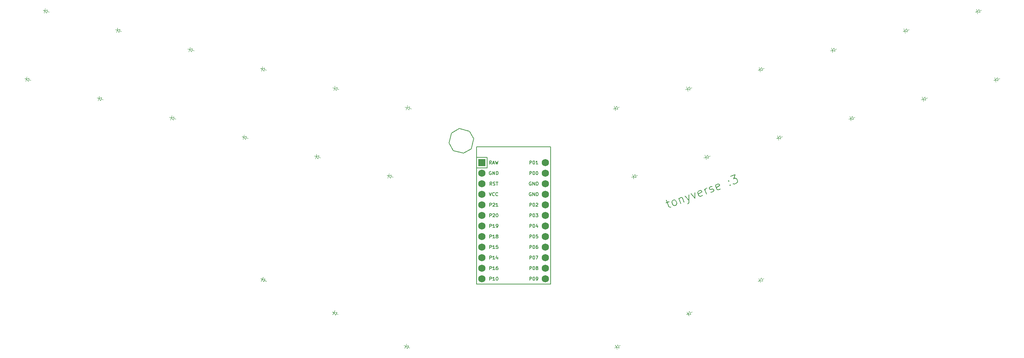
<source format=gbr>
%TF.GenerationSoftware,KiCad,Pcbnew,8.0.1*%
%TF.CreationDate,2024-08-13T22:00:52-05:00*%
%TF.ProjectId,tonyverse,746f6e79-7665-4727-9365-2e6b69636164,v1.0.0*%
%TF.SameCoordinates,Original*%
%TF.FileFunction,Legend,Top*%
%TF.FilePolarity,Positive*%
%FSLAX46Y46*%
G04 Gerber Fmt 4.6, Leading zero omitted, Abs format (unit mm)*
G04 Created by KiCad (PCBNEW 8.0.1) date 2024-08-13 22:00:52*
%MOMM*%
%LPD*%
G01*
G04 APERTURE LIST*
%ADD10C,0.200000*%
%ADD11C,0.150000*%
%ADD12C,0.100000*%
%ADD13R,1.752600X1.752600*%
%ADD14C,1.752600*%
G04 APERTURE END LIST*
D10*
X211729360Y-162700553D02*
X212445316Y-162439966D01*
X211769830Y-161976371D02*
X212356150Y-163587272D01*
X212356150Y-163587272D02*
X212510791Y-163733688D01*
X212510791Y-163733688D02*
X212722354Y-163758036D01*
X212722354Y-163758036D02*
X212901343Y-163692889D01*
X213796288Y-163367156D02*
X213584726Y-163342808D01*
X213584726Y-163342808D02*
X213462658Y-163285887D01*
X213462658Y-163285887D02*
X213308016Y-163139471D01*
X213308016Y-163139471D02*
X213112576Y-162602504D01*
X213112576Y-162602504D02*
X213136924Y-162390942D01*
X213136924Y-162390942D02*
X213193845Y-162268874D01*
X213193845Y-162268874D02*
X213340261Y-162114232D01*
X213340261Y-162114232D02*
X213608745Y-162016512D01*
X213608745Y-162016512D02*
X213820307Y-162040860D01*
X213820307Y-162040860D02*
X213942375Y-162097781D01*
X213942375Y-162097781D02*
X214097016Y-162244197D01*
X214097016Y-162244197D02*
X214292456Y-162781164D01*
X214292456Y-162781164D02*
X214268109Y-162992727D01*
X214268109Y-162992727D02*
X214211187Y-163114795D01*
X214211187Y-163114795D02*
X214064772Y-163269436D01*
X214064772Y-163269436D02*
X213796288Y-163367156D01*
X214772174Y-161593059D02*
X215228201Y-162845982D01*
X214837321Y-161772048D02*
X214894242Y-161649980D01*
X214894242Y-161649980D02*
X215040657Y-161495339D01*
X215040657Y-161495339D02*
X215309141Y-161397619D01*
X215309141Y-161397619D02*
X215520704Y-161421967D01*
X215520704Y-161421967D02*
X215675345Y-161568382D01*
X215675345Y-161568382D02*
X216033652Y-162552822D01*
X216293581Y-161039312D02*
X217197081Y-162129369D01*
X217188527Y-160713578D02*
X217197081Y-162129369D01*
X217197081Y-162129369D02*
X217180958Y-162641988D01*
X217180958Y-162641988D02*
X217124037Y-162764056D01*
X217124037Y-162764056D02*
X216977621Y-162918697D01*
X217725494Y-160518138D02*
X218628994Y-161608195D01*
X218628994Y-161608195D02*
X218620440Y-160192405D01*
X220475806Y-160834660D02*
X220329390Y-160989301D01*
X220329390Y-160989301D02*
X219971412Y-161119594D01*
X219971412Y-161119594D02*
X219759850Y-161095247D01*
X219759850Y-161095247D02*
X219605209Y-160948831D01*
X219605209Y-160948831D02*
X219344622Y-160232875D01*
X219344622Y-160232875D02*
X219368970Y-160021312D01*
X219368970Y-160021312D02*
X219515385Y-159866671D01*
X219515385Y-159866671D02*
X219873363Y-159736378D01*
X219873363Y-159736378D02*
X220084926Y-159760725D01*
X220084926Y-159760725D02*
X220239567Y-159907141D01*
X220239567Y-159907141D02*
X220304714Y-160086130D01*
X220304714Y-160086130D02*
X219474915Y-160590853D01*
X221403325Y-160598421D02*
X220947298Y-159345497D01*
X221077592Y-159703475D02*
X221101939Y-159491913D01*
X221101939Y-159491913D02*
X221158861Y-159369845D01*
X221158861Y-159369845D02*
X221305276Y-159215204D01*
X221305276Y-159215204D02*
X221484265Y-159150057D01*
X222444686Y-160118046D02*
X222656248Y-160142394D01*
X222656248Y-160142394D02*
X223014226Y-160012101D01*
X223014226Y-160012101D02*
X223160642Y-159857459D01*
X223160642Y-159857459D02*
X223184990Y-159645897D01*
X223184990Y-159645897D02*
X223152417Y-159556402D01*
X223152417Y-159556402D02*
X222997775Y-159409987D01*
X222997775Y-159409987D02*
X222786213Y-159385639D01*
X222786213Y-159385639D02*
X222517729Y-159483359D01*
X222517729Y-159483359D02*
X222306167Y-159459011D01*
X222306167Y-159459011D02*
X222151526Y-159312595D01*
X222151526Y-159312595D02*
X222118952Y-159223101D01*
X222118952Y-159223101D02*
X222143300Y-159011538D01*
X222143300Y-159011538D02*
X222289716Y-158856897D01*
X222289716Y-158856897D02*
X222558200Y-158759177D01*
X222558200Y-158759177D02*
X222769762Y-158783525D01*
X224771544Y-159271139D02*
X224625128Y-159425780D01*
X224625128Y-159425780D02*
X224267150Y-159556074D01*
X224267150Y-159556074D02*
X224055588Y-159531726D01*
X224055588Y-159531726D02*
X223900947Y-159385310D01*
X223900947Y-159385310D02*
X223640360Y-158669354D01*
X223640360Y-158669354D02*
X223664708Y-158457791D01*
X223664708Y-158457791D02*
X223811123Y-158303150D01*
X223811123Y-158303150D02*
X224169102Y-158172857D01*
X224169102Y-158172857D02*
X224380664Y-158197205D01*
X224380664Y-158197205D02*
X224535305Y-158343620D01*
X224535305Y-158343620D02*
X224600452Y-158522609D01*
X224600452Y-158522609D02*
X223770653Y-159027332D01*
X227065829Y-158334737D02*
X227187897Y-158391658D01*
X227187897Y-158391658D02*
X227130976Y-158513726D01*
X227130976Y-158513726D02*
X227008908Y-158456805D01*
X227008908Y-158456805D02*
X227065829Y-158334737D01*
X227065829Y-158334737D02*
X227130976Y-158513726D01*
X226707523Y-157350297D02*
X226829591Y-157407219D01*
X226829591Y-157407219D02*
X226772669Y-157529286D01*
X226772669Y-157529286D02*
X226650601Y-157472365D01*
X226650601Y-157472365D02*
X226707523Y-157350297D01*
X226707523Y-157350297D02*
X226772669Y-157529286D01*
X227162892Y-156373754D02*
X228326321Y-155950301D01*
X228326321Y-155950301D02*
X227960446Y-156894270D01*
X227960446Y-156894270D02*
X228228930Y-156796550D01*
X228228930Y-156796550D02*
X228440492Y-156820898D01*
X228440492Y-156820898D02*
X228562560Y-156877819D01*
X228562560Y-156877819D02*
X228717201Y-157024235D01*
X228717201Y-157024235D02*
X228880068Y-157471708D01*
X228880068Y-157471708D02*
X228855720Y-157683270D01*
X228855720Y-157683270D02*
X228798799Y-157805338D01*
X228798799Y-157805338D02*
X228652383Y-157959979D01*
X228652383Y-157959979D02*
X228115416Y-158155419D01*
X228115416Y-158155419D02*
X227903854Y-158131072D01*
X227903854Y-158131072D02*
X227781786Y-158074150D01*
D11*
X169794889Y-153399418D02*
X169528222Y-153018465D01*
X169337746Y-153399418D02*
X169337746Y-152599418D01*
X169337746Y-152599418D02*
X169642508Y-152599418D01*
X169642508Y-152599418D02*
X169718698Y-152637513D01*
X169718698Y-152637513D02*
X169756793Y-152675608D01*
X169756793Y-152675608D02*
X169794889Y-152751799D01*
X169794889Y-152751799D02*
X169794889Y-152866084D01*
X169794889Y-152866084D02*
X169756793Y-152942275D01*
X169756793Y-152942275D02*
X169718698Y-152980370D01*
X169718698Y-152980370D02*
X169642508Y-153018465D01*
X169642508Y-153018465D02*
X169337746Y-153018465D01*
X170099650Y-153170846D02*
X170480603Y-153170846D01*
X170023460Y-153399418D02*
X170290127Y-152599418D01*
X170290127Y-152599418D02*
X170556793Y-153399418D01*
X170747269Y-152599418D02*
X170937745Y-153399418D01*
X170937745Y-153399418D02*
X171090126Y-152827989D01*
X171090126Y-152827989D02*
X171242507Y-153399418D01*
X171242507Y-153399418D02*
X171432984Y-152599418D01*
X169375841Y-181339418D02*
X169375841Y-180539418D01*
X169375841Y-180539418D02*
X169680603Y-180539418D01*
X169680603Y-180539418D02*
X169756793Y-180577513D01*
X169756793Y-180577513D02*
X169794888Y-180615608D01*
X169794888Y-180615608D02*
X169832984Y-180691799D01*
X169832984Y-180691799D02*
X169832984Y-180806084D01*
X169832984Y-180806084D02*
X169794888Y-180882275D01*
X169794888Y-180882275D02*
X169756793Y-180920370D01*
X169756793Y-180920370D02*
X169680603Y-180958465D01*
X169680603Y-180958465D02*
X169375841Y-180958465D01*
X170594888Y-181339418D02*
X170137745Y-181339418D01*
X170366317Y-181339418D02*
X170366317Y-180539418D01*
X170366317Y-180539418D02*
X170290126Y-180653703D01*
X170290126Y-180653703D02*
X170213936Y-180729894D01*
X170213936Y-180729894D02*
X170137745Y-180767989D01*
X171090127Y-180539418D02*
X171166317Y-180539418D01*
X171166317Y-180539418D02*
X171242508Y-180577513D01*
X171242508Y-180577513D02*
X171280603Y-180615608D01*
X171280603Y-180615608D02*
X171318698Y-180691799D01*
X171318698Y-180691799D02*
X171356793Y-180844180D01*
X171356793Y-180844180D02*
X171356793Y-181034656D01*
X171356793Y-181034656D02*
X171318698Y-181187037D01*
X171318698Y-181187037D02*
X171280603Y-181263227D01*
X171280603Y-181263227D02*
X171242508Y-181301323D01*
X171242508Y-181301323D02*
X171166317Y-181339418D01*
X171166317Y-181339418D02*
X171090127Y-181339418D01*
X171090127Y-181339418D02*
X171013936Y-181301323D01*
X171013936Y-181301323D02*
X170975841Y-181263227D01*
X170975841Y-181263227D02*
X170937746Y-181187037D01*
X170937746Y-181187037D02*
X170899650Y-181034656D01*
X170899650Y-181034656D02*
X170899650Y-180844180D01*
X170899650Y-180844180D02*
X170937746Y-180691799D01*
X170937746Y-180691799D02*
X170975841Y-180615608D01*
X170975841Y-180615608D02*
X171013936Y-180577513D01*
X171013936Y-180577513D02*
X171090127Y-180539418D01*
X178975841Y-176259418D02*
X178975841Y-175459418D01*
X178975841Y-175459418D02*
X179280603Y-175459418D01*
X179280603Y-175459418D02*
X179356793Y-175497513D01*
X179356793Y-175497513D02*
X179394888Y-175535608D01*
X179394888Y-175535608D02*
X179432984Y-175611799D01*
X179432984Y-175611799D02*
X179432984Y-175726084D01*
X179432984Y-175726084D02*
X179394888Y-175802275D01*
X179394888Y-175802275D02*
X179356793Y-175840370D01*
X179356793Y-175840370D02*
X179280603Y-175878465D01*
X179280603Y-175878465D02*
X178975841Y-175878465D01*
X179928222Y-175459418D02*
X180004412Y-175459418D01*
X180004412Y-175459418D02*
X180080603Y-175497513D01*
X180080603Y-175497513D02*
X180118698Y-175535608D01*
X180118698Y-175535608D02*
X180156793Y-175611799D01*
X180156793Y-175611799D02*
X180194888Y-175764180D01*
X180194888Y-175764180D02*
X180194888Y-175954656D01*
X180194888Y-175954656D02*
X180156793Y-176107037D01*
X180156793Y-176107037D02*
X180118698Y-176183227D01*
X180118698Y-176183227D02*
X180080603Y-176221323D01*
X180080603Y-176221323D02*
X180004412Y-176259418D01*
X180004412Y-176259418D02*
X179928222Y-176259418D01*
X179928222Y-176259418D02*
X179852031Y-176221323D01*
X179852031Y-176221323D02*
X179813936Y-176183227D01*
X179813936Y-176183227D02*
X179775841Y-176107037D01*
X179775841Y-176107037D02*
X179737745Y-175954656D01*
X179737745Y-175954656D02*
X179737745Y-175764180D01*
X179737745Y-175764180D02*
X179775841Y-175611799D01*
X179775841Y-175611799D02*
X179813936Y-175535608D01*
X179813936Y-175535608D02*
X179852031Y-175497513D01*
X179852031Y-175497513D02*
X179928222Y-175459418D01*
X180461555Y-175459418D02*
X180994889Y-175459418D01*
X180994889Y-175459418D02*
X180652031Y-176259418D01*
X178975841Y-168639418D02*
X178975841Y-167839418D01*
X178975841Y-167839418D02*
X179280603Y-167839418D01*
X179280603Y-167839418D02*
X179356793Y-167877513D01*
X179356793Y-167877513D02*
X179394888Y-167915608D01*
X179394888Y-167915608D02*
X179432984Y-167991799D01*
X179432984Y-167991799D02*
X179432984Y-168106084D01*
X179432984Y-168106084D02*
X179394888Y-168182275D01*
X179394888Y-168182275D02*
X179356793Y-168220370D01*
X179356793Y-168220370D02*
X179280603Y-168258465D01*
X179280603Y-168258465D02*
X178975841Y-168258465D01*
X179928222Y-167839418D02*
X180004412Y-167839418D01*
X180004412Y-167839418D02*
X180080603Y-167877513D01*
X180080603Y-167877513D02*
X180118698Y-167915608D01*
X180118698Y-167915608D02*
X180156793Y-167991799D01*
X180156793Y-167991799D02*
X180194888Y-168144180D01*
X180194888Y-168144180D02*
X180194888Y-168334656D01*
X180194888Y-168334656D02*
X180156793Y-168487037D01*
X180156793Y-168487037D02*
X180118698Y-168563227D01*
X180118698Y-168563227D02*
X180080603Y-168601323D01*
X180080603Y-168601323D02*
X180004412Y-168639418D01*
X180004412Y-168639418D02*
X179928222Y-168639418D01*
X179928222Y-168639418D02*
X179852031Y-168601323D01*
X179852031Y-168601323D02*
X179813936Y-168563227D01*
X179813936Y-168563227D02*
X179775841Y-168487037D01*
X179775841Y-168487037D02*
X179737745Y-168334656D01*
X179737745Y-168334656D02*
X179737745Y-168144180D01*
X179737745Y-168144180D02*
X179775841Y-167991799D01*
X179775841Y-167991799D02*
X179813936Y-167915608D01*
X179813936Y-167915608D02*
X179852031Y-167877513D01*
X179852031Y-167877513D02*
X179928222Y-167839418D01*
X180880603Y-168106084D02*
X180880603Y-168639418D01*
X180690127Y-167801323D02*
X180499650Y-168372751D01*
X180499650Y-168372751D02*
X180994889Y-168372751D01*
X169375841Y-176259418D02*
X169375841Y-175459418D01*
X169375841Y-175459418D02*
X169680603Y-175459418D01*
X169680603Y-175459418D02*
X169756793Y-175497513D01*
X169756793Y-175497513D02*
X169794888Y-175535608D01*
X169794888Y-175535608D02*
X169832984Y-175611799D01*
X169832984Y-175611799D02*
X169832984Y-175726084D01*
X169832984Y-175726084D02*
X169794888Y-175802275D01*
X169794888Y-175802275D02*
X169756793Y-175840370D01*
X169756793Y-175840370D02*
X169680603Y-175878465D01*
X169680603Y-175878465D02*
X169375841Y-175878465D01*
X170594888Y-176259418D02*
X170137745Y-176259418D01*
X170366317Y-176259418D02*
X170366317Y-175459418D01*
X170366317Y-175459418D02*
X170290126Y-175573703D01*
X170290126Y-175573703D02*
X170213936Y-175649894D01*
X170213936Y-175649894D02*
X170137745Y-175687989D01*
X171280603Y-175726084D02*
X171280603Y-176259418D01*
X171090127Y-175421323D02*
X170899650Y-175992751D01*
X170899650Y-175992751D02*
X171394889Y-175992751D01*
X178975841Y-178799418D02*
X178975841Y-177999418D01*
X178975841Y-177999418D02*
X179280603Y-177999418D01*
X179280603Y-177999418D02*
X179356793Y-178037513D01*
X179356793Y-178037513D02*
X179394888Y-178075608D01*
X179394888Y-178075608D02*
X179432984Y-178151799D01*
X179432984Y-178151799D02*
X179432984Y-178266084D01*
X179432984Y-178266084D02*
X179394888Y-178342275D01*
X179394888Y-178342275D02*
X179356793Y-178380370D01*
X179356793Y-178380370D02*
X179280603Y-178418465D01*
X179280603Y-178418465D02*
X178975841Y-178418465D01*
X179928222Y-177999418D02*
X180004412Y-177999418D01*
X180004412Y-177999418D02*
X180080603Y-178037513D01*
X180080603Y-178037513D02*
X180118698Y-178075608D01*
X180118698Y-178075608D02*
X180156793Y-178151799D01*
X180156793Y-178151799D02*
X180194888Y-178304180D01*
X180194888Y-178304180D02*
X180194888Y-178494656D01*
X180194888Y-178494656D02*
X180156793Y-178647037D01*
X180156793Y-178647037D02*
X180118698Y-178723227D01*
X180118698Y-178723227D02*
X180080603Y-178761323D01*
X180080603Y-178761323D02*
X180004412Y-178799418D01*
X180004412Y-178799418D02*
X179928222Y-178799418D01*
X179928222Y-178799418D02*
X179852031Y-178761323D01*
X179852031Y-178761323D02*
X179813936Y-178723227D01*
X179813936Y-178723227D02*
X179775841Y-178647037D01*
X179775841Y-178647037D02*
X179737745Y-178494656D01*
X179737745Y-178494656D02*
X179737745Y-178304180D01*
X179737745Y-178304180D02*
X179775841Y-178151799D01*
X179775841Y-178151799D02*
X179813936Y-178075608D01*
X179813936Y-178075608D02*
X179852031Y-178037513D01*
X179852031Y-178037513D02*
X179928222Y-177999418D01*
X180652031Y-178342275D02*
X180575841Y-178304180D01*
X180575841Y-178304180D02*
X180537746Y-178266084D01*
X180537746Y-178266084D02*
X180499650Y-178189894D01*
X180499650Y-178189894D02*
X180499650Y-178151799D01*
X180499650Y-178151799D02*
X180537746Y-178075608D01*
X180537746Y-178075608D02*
X180575841Y-178037513D01*
X180575841Y-178037513D02*
X180652031Y-177999418D01*
X180652031Y-177999418D02*
X180804412Y-177999418D01*
X180804412Y-177999418D02*
X180880603Y-178037513D01*
X180880603Y-178037513D02*
X180918698Y-178075608D01*
X180918698Y-178075608D02*
X180956793Y-178151799D01*
X180956793Y-178151799D02*
X180956793Y-178189894D01*
X180956793Y-178189894D02*
X180918698Y-178266084D01*
X180918698Y-178266084D02*
X180880603Y-178304180D01*
X180880603Y-178304180D02*
X180804412Y-178342275D01*
X180804412Y-178342275D02*
X180652031Y-178342275D01*
X180652031Y-178342275D02*
X180575841Y-178380370D01*
X180575841Y-178380370D02*
X180537746Y-178418465D01*
X180537746Y-178418465D02*
X180499650Y-178494656D01*
X180499650Y-178494656D02*
X180499650Y-178647037D01*
X180499650Y-178647037D02*
X180537746Y-178723227D01*
X180537746Y-178723227D02*
X180575841Y-178761323D01*
X180575841Y-178761323D02*
X180652031Y-178799418D01*
X180652031Y-178799418D02*
X180804412Y-178799418D01*
X180804412Y-178799418D02*
X180880603Y-178761323D01*
X180880603Y-178761323D02*
X180918698Y-178723227D01*
X180918698Y-178723227D02*
X180956793Y-178647037D01*
X180956793Y-178647037D02*
X180956793Y-178494656D01*
X180956793Y-178494656D02*
X180918698Y-178418465D01*
X180918698Y-178418465D02*
X180880603Y-178380370D01*
X180880603Y-178380370D02*
X180804412Y-178342275D01*
X169280603Y-160219418D02*
X169547270Y-161019418D01*
X169547270Y-161019418D02*
X169813936Y-160219418D01*
X170537746Y-160943227D02*
X170499650Y-160981323D01*
X170499650Y-160981323D02*
X170385365Y-161019418D01*
X170385365Y-161019418D02*
X170309174Y-161019418D01*
X170309174Y-161019418D02*
X170194888Y-160981323D01*
X170194888Y-160981323D02*
X170118698Y-160905132D01*
X170118698Y-160905132D02*
X170080603Y-160828942D01*
X170080603Y-160828942D02*
X170042507Y-160676561D01*
X170042507Y-160676561D02*
X170042507Y-160562275D01*
X170042507Y-160562275D02*
X170080603Y-160409894D01*
X170080603Y-160409894D02*
X170118698Y-160333703D01*
X170118698Y-160333703D02*
X170194888Y-160257513D01*
X170194888Y-160257513D02*
X170309174Y-160219418D01*
X170309174Y-160219418D02*
X170385365Y-160219418D01*
X170385365Y-160219418D02*
X170499650Y-160257513D01*
X170499650Y-160257513D02*
X170537746Y-160295608D01*
X171337746Y-160943227D02*
X171299650Y-160981323D01*
X171299650Y-160981323D02*
X171185365Y-161019418D01*
X171185365Y-161019418D02*
X171109174Y-161019418D01*
X171109174Y-161019418D02*
X170994888Y-160981323D01*
X170994888Y-160981323D02*
X170918698Y-160905132D01*
X170918698Y-160905132D02*
X170880603Y-160828942D01*
X170880603Y-160828942D02*
X170842507Y-160676561D01*
X170842507Y-160676561D02*
X170842507Y-160562275D01*
X170842507Y-160562275D02*
X170880603Y-160409894D01*
X170880603Y-160409894D02*
X170918698Y-160333703D01*
X170918698Y-160333703D02*
X170994888Y-160257513D01*
X170994888Y-160257513D02*
X171109174Y-160219418D01*
X171109174Y-160219418D02*
X171185365Y-160219418D01*
X171185365Y-160219418D02*
X171299650Y-160257513D01*
X171299650Y-160257513D02*
X171337746Y-160295608D01*
X179337746Y-157717513D02*
X179261556Y-157679418D01*
X179261556Y-157679418D02*
X179147270Y-157679418D01*
X179147270Y-157679418D02*
X179032984Y-157717513D01*
X179032984Y-157717513D02*
X178956794Y-157793703D01*
X178956794Y-157793703D02*
X178918699Y-157869894D01*
X178918699Y-157869894D02*
X178880603Y-158022275D01*
X178880603Y-158022275D02*
X178880603Y-158136561D01*
X178880603Y-158136561D02*
X178918699Y-158288942D01*
X178918699Y-158288942D02*
X178956794Y-158365132D01*
X178956794Y-158365132D02*
X179032984Y-158441323D01*
X179032984Y-158441323D02*
X179147270Y-158479418D01*
X179147270Y-158479418D02*
X179223461Y-158479418D01*
X179223461Y-158479418D02*
X179337746Y-158441323D01*
X179337746Y-158441323D02*
X179375842Y-158403227D01*
X179375842Y-158403227D02*
X179375842Y-158136561D01*
X179375842Y-158136561D02*
X179223461Y-158136561D01*
X179718699Y-158479418D02*
X179718699Y-157679418D01*
X179718699Y-157679418D02*
X180175842Y-158479418D01*
X180175842Y-158479418D02*
X180175842Y-157679418D01*
X180556794Y-158479418D02*
X180556794Y-157679418D01*
X180556794Y-157679418D02*
X180747270Y-157679418D01*
X180747270Y-157679418D02*
X180861556Y-157717513D01*
X180861556Y-157717513D02*
X180937746Y-157793703D01*
X180937746Y-157793703D02*
X180975841Y-157869894D01*
X180975841Y-157869894D02*
X181013937Y-158022275D01*
X181013937Y-158022275D02*
X181013937Y-158136561D01*
X181013937Y-158136561D02*
X180975841Y-158288942D01*
X180975841Y-158288942D02*
X180937746Y-158365132D01*
X180937746Y-158365132D02*
X180861556Y-158441323D01*
X180861556Y-158441323D02*
X180747270Y-158479418D01*
X180747270Y-158479418D02*
X180556794Y-158479418D01*
X169375841Y-171179418D02*
X169375841Y-170379418D01*
X169375841Y-170379418D02*
X169680603Y-170379418D01*
X169680603Y-170379418D02*
X169756793Y-170417513D01*
X169756793Y-170417513D02*
X169794888Y-170455608D01*
X169794888Y-170455608D02*
X169832984Y-170531799D01*
X169832984Y-170531799D02*
X169832984Y-170646084D01*
X169832984Y-170646084D02*
X169794888Y-170722275D01*
X169794888Y-170722275D02*
X169756793Y-170760370D01*
X169756793Y-170760370D02*
X169680603Y-170798465D01*
X169680603Y-170798465D02*
X169375841Y-170798465D01*
X170594888Y-171179418D02*
X170137745Y-171179418D01*
X170366317Y-171179418D02*
X170366317Y-170379418D01*
X170366317Y-170379418D02*
X170290126Y-170493703D01*
X170290126Y-170493703D02*
X170213936Y-170569894D01*
X170213936Y-170569894D02*
X170137745Y-170607989D01*
X171052031Y-170722275D02*
X170975841Y-170684180D01*
X170975841Y-170684180D02*
X170937746Y-170646084D01*
X170937746Y-170646084D02*
X170899650Y-170569894D01*
X170899650Y-170569894D02*
X170899650Y-170531799D01*
X170899650Y-170531799D02*
X170937746Y-170455608D01*
X170937746Y-170455608D02*
X170975841Y-170417513D01*
X170975841Y-170417513D02*
X171052031Y-170379418D01*
X171052031Y-170379418D02*
X171204412Y-170379418D01*
X171204412Y-170379418D02*
X171280603Y-170417513D01*
X171280603Y-170417513D02*
X171318698Y-170455608D01*
X171318698Y-170455608D02*
X171356793Y-170531799D01*
X171356793Y-170531799D02*
X171356793Y-170569894D01*
X171356793Y-170569894D02*
X171318698Y-170646084D01*
X171318698Y-170646084D02*
X171280603Y-170684180D01*
X171280603Y-170684180D02*
X171204412Y-170722275D01*
X171204412Y-170722275D02*
X171052031Y-170722275D01*
X171052031Y-170722275D02*
X170975841Y-170760370D01*
X170975841Y-170760370D02*
X170937746Y-170798465D01*
X170937746Y-170798465D02*
X170899650Y-170874656D01*
X170899650Y-170874656D02*
X170899650Y-171027037D01*
X170899650Y-171027037D02*
X170937746Y-171103227D01*
X170937746Y-171103227D02*
X170975841Y-171141323D01*
X170975841Y-171141323D02*
X171052031Y-171179418D01*
X171052031Y-171179418D02*
X171204412Y-171179418D01*
X171204412Y-171179418D02*
X171280603Y-171141323D01*
X171280603Y-171141323D02*
X171318698Y-171103227D01*
X171318698Y-171103227D02*
X171356793Y-171027037D01*
X171356793Y-171027037D02*
X171356793Y-170874656D01*
X171356793Y-170874656D02*
X171318698Y-170798465D01*
X171318698Y-170798465D02*
X171280603Y-170760370D01*
X171280603Y-170760370D02*
X171204412Y-170722275D01*
X178975841Y-155939418D02*
X178975841Y-155139418D01*
X178975841Y-155139418D02*
X179280603Y-155139418D01*
X179280603Y-155139418D02*
X179356793Y-155177513D01*
X179356793Y-155177513D02*
X179394888Y-155215608D01*
X179394888Y-155215608D02*
X179432984Y-155291799D01*
X179432984Y-155291799D02*
X179432984Y-155406084D01*
X179432984Y-155406084D02*
X179394888Y-155482275D01*
X179394888Y-155482275D02*
X179356793Y-155520370D01*
X179356793Y-155520370D02*
X179280603Y-155558465D01*
X179280603Y-155558465D02*
X178975841Y-155558465D01*
X179928222Y-155139418D02*
X180004412Y-155139418D01*
X180004412Y-155139418D02*
X180080603Y-155177513D01*
X180080603Y-155177513D02*
X180118698Y-155215608D01*
X180118698Y-155215608D02*
X180156793Y-155291799D01*
X180156793Y-155291799D02*
X180194888Y-155444180D01*
X180194888Y-155444180D02*
X180194888Y-155634656D01*
X180194888Y-155634656D02*
X180156793Y-155787037D01*
X180156793Y-155787037D02*
X180118698Y-155863227D01*
X180118698Y-155863227D02*
X180080603Y-155901323D01*
X180080603Y-155901323D02*
X180004412Y-155939418D01*
X180004412Y-155939418D02*
X179928222Y-155939418D01*
X179928222Y-155939418D02*
X179852031Y-155901323D01*
X179852031Y-155901323D02*
X179813936Y-155863227D01*
X179813936Y-155863227D02*
X179775841Y-155787037D01*
X179775841Y-155787037D02*
X179737745Y-155634656D01*
X179737745Y-155634656D02*
X179737745Y-155444180D01*
X179737745Y-155444180D02*
X179775841Y-155291799D01*
X179775841Y-155291799D02*
X179813936Y-155215608D01*
X179813936Y-155215608D02*
X179852031Y-155177513D01*
X179852031Y-155177513D02*
X179928222Y-155139418D01*
X180690127Y-155139418D02*
X180766317Y-155139418D01*
X180766317Y-155139418D02*
X180842508Y-155177513D01*
X180842508Y-155177513D02*
X180880603Y-155215608D01*
X180880603Y-155215608D02*
X180918698Y-155291799D01*
X180918698Y-155291799D02*
X180956793Y-155444180D01*
X180956793Y-155444180D02*
X180956793Y-155634656D01*
X180956793Y-155634656D02*
X180918698Y-155787037D01*
X180918698Y-155787037D02*
X180880603Y-155863227D01*
X180880603Y-155863227D02*
X180842508Y-155901323D01*
X180842508Y-155901323D02*
X180766317Y-155939418D01*
X180766317Y-155939418D02*
X180690127Y-155939418D01*
X180690127Y-155939418D02*
X180613936Y-155901323D01*
X180613936Y-155901323D02*
X180575841Y-155863227D01*
X180575841Y-155863227D02*
X180537746Y-155787037D01*
X180537746Y-155787037D02*
X180499650Y-155634656D01*
X180499650Y-155634656D02*
X180499650Y-155444180D01*
X180499650Y-155444180D02*
X180537746Y-155291799D01*
X180537746Y-155291799D02*
X180575841Y-155215608D01*
X180575841Y-155215608D02*
X180613936Y-155177513D01*
X180613936Y-155177513D02*
X180690127Y-155139418D01*
X169375841Y-163559418D02*
X169375841Y-162759418D01*
X169375841Y-162759418D02*
X169680603Y-162759418D01*
X169680603Y-162759418D02*
X169756793Y-162797513D01*
X169756793Y-162797513D02*
X169794888Y-162835608D01*
X169794888Y-162835608D02*
X169832984Y-162911799D01*
X169832984Y-162911799D02*
X169832984Y-163026084D01*
X169832984Y-163026084D02*
X169794888Y-163102275D01*
X169794888Y-163102275D02*
X169756793Y-163140370D01*
X169756793Y-163140370D02*
X169680603Y-163178465D01*
X169680603Y-163178465D02*
X169375841Y-163178465D01*
X170137745Y-162835608D02*
X170175841Y-162797513D01*
X170175841Y-162797513D02*
X170252031Y-162759418D01*
X170252031Y-162759418D02*
X170442507Y-162759418D01*
X170442507Y-162759418D02*
X170518698Y-162797513D01*
X170518698Y-162797513D02*
X170556793Y-162835608D01*
X170556793Y-162835608D02*
X170594888Y-162911799D01*
X170594888Y-162911799D02*
X170594888Y-162987989D01*
X170594888Y-162987989D02*
X170556793Y-163102275D01*
X170556793Y-163102275D02*
X170099650Y-163559418D01*
X170099650Y-163559418D02*
X170594888Y-163559418D01*
X171356793Y-163559418D02*
X170899650Y-163559418D01*
X171128222Y-163559418D02*
X171128222Y-162759418D01*
X171128222Y-162759418D02*
X171052031Y-162873703D01*
X171052031Y-162873703D02*
X170975841Y-162949894D01*
X170975841Y-162949894D02*
X170899650Y-162987989D01*
X178975841Y-171179418D02*
X178975841Y-170379418D01*
X178975841Y-170379418D02*
X179280603Y-170379418D01*
X179280603Y-170379418D02*
X179356793Y-170417513D01*
X179356793Y-170417513D02*
X179394888Y-170455608D01*
X179394888Y-170455608D02*
X179432984Y-170531799D01*
X179432984Y-170531799D02*
X179432984Y-170646084D01*
X179432984Y-170646084D02*
X179394888Y-170722275D01*
X179394888Y-170722275D02*
X179356793Y-170760370D01*
X179356793Y-170760370D02*
X179280603Y-170798465D01*
X179280603Y-170798465D02*
X178975841Y-170798465D01*
X179928222Y-170379418D02*
X180004412Y-170379418D01*
X180004412Y-170379418D02*
X180080603Y-170417513D01*
X180080603Y-170417513D02*
X180118698Y-170455608D01*
X180118698Y-170455608D02*
X180156793Y-170531799D01*
X180156793Y-170531799D02*
X180194888Y-170684180D01*
X180194888Y-170684180D02*
X180194888Y-170874656D01*
X180194888Y-170874656D02*
X180156793Y-171027037D01*
X180156793Y-171027037D02*
X180118698Y-171103227D01*
X180118698Y-171103227D02*
X180080603Y-171141323D01*
X180080603Y-171141323D02*
X180004412Y-171179418D01*
X180004412Y-171179418D02*
X179928222Y-171179418D01*
X179928222Y-171179418D02*
X179852031Y-171141323D01*
X179852031Y-171141323D02*
X179813936Y-171103227D01*
X179813936Y-171103227D02*
X179775841Y-171027037D01*
X179775841Y-171027037D02*
X179737745Y-170874656D01*
X179737745Y-170874656D02*
X179737745Y-170684180D01*
X179737745Y-170684180D02*
X179775841Y-170531799D01*
X179775841Y-170531799D02*
X179813936Y-170455608D01*
X179813936Y-170455608D02*
X179852031Y-170417513D01*
X179852031Y-170417513D02*
X179928222Y-170379418D01*
X180918698Y-170379418D02*
X180537746Y-170379418D01*
X180537746Y-170379418D02*
X180499650Y-170760370D01*
X180499650Y-170760370D02*
X180537746Y-170722275D01*
X180537746Y-170722275D02*
X180613936Y-170684180D01*
X180613936Y-170684180D02*
X180804412Y-170684180D01*
X180804412Y-170684180D02*
X180880603Y-170722275D01*
X180880603Y-170722275D02*
X180918698Y-170760370D01*
X180918698Y-170760370D02*
X180956793Y-170836561D01*
X180956793Y-170836561D02*
X180956793Y-171027037D01*
X180956793Y-171027037D02*
X180918698Y-171103227D01*
X180918698Y-171103227D02*
X180880603Y-171141323D01*
X180880603Y-171141323D02*
X180804412Y-171179418D01*
X180804412Y-171179418D02*
X180613936Y-171179418D01*
X180613936Y-171179418D02*
X180537746Y-171141323D01*
X180537746Y-171141323D02*
X180499650Y-171103227D01*
X178975841Y-166099418D02*
X178975841Y-165299418D01*
X178975841Y-165299418D02*
X179280603Y-165299418D01*
X179280603Y-165299418D02*
X179356793Y-165337513D01*
X179356793Y-165337513D02*
X179394888Y-165375608D01*
X179394888Y-165375608D02*
X179432984Y-165451799D01*
X179432984Y-165451799D02*
X179432984Y-165566084D01*
X179432984Y-165566084D02*
X179394888Y-165642275D01*
X179394888Y-165642275D02*
X179356793Y-165680370D01*
X179356793Y-165680370D02*
X179280603Y-165718465D01*
X179280603Y-165718465D02*
X178975841Y-165718465D01*
X179928222Y-165299418D02*
X180004412Y-165299418D01*
X180004412Y-165299418D02*
X180080603Y-165337513D01*
X180080603Y-165337513D02*
X180118698Y-165375608D01*
X180118698Y-165375608D02*
X180156793Y-165451799D01*
X180156793Y-165451799D02*
X180194888Y-165604180D01*
X180194888Y-165604180D02*
X180194888Y-165794656D01*
X180194888Y-165794656D02*
X180156793Y-165947037D01*
X180156793Y-165947037D02*
X180118698Y-166023227D01*
X180118698Y-166023227D02*
X180080603Y-166061323D01*
X180080603Y-166061323D02*
X180004412Y-166099418D01*
X180004412Y-166099418D02*
X179928222Y-166099418D01*
X179928222Y-166099418D02*
X179852031Y-166061323D01*
X179852031Y-166061323D02*
X179813936Y-166023227D01*
X179813936Y-166023227D02*
X179775841Y-165947037D01*
X179775841Y-165947037D02*
X179737745Y-165794656D01*
X179737745Y-165794656D02*
X179737745Y-165604180D01*
X179737745Y-165604180D02*
X179775841Y-165451799D01*
X179775841Y-165451799D02*
X179813936Y-165375608D01*
X179813936Y-165375608D02*
X179852031Y-165337513D01*
X179852031Y-165337513D02*
X179928222Y-165299418D01*
X180461555Y-165299418D02*
X180956793Y-165299418D01*
X180956793Y-165299418D02*
X180690127Y-165604180D01*
X180690127Y-165604180D02*
X180804412Y-165604180D01*
X180804412Y-165604180D02*
X180880603Y-165642275D01*
X180880603Y-165642275D02*
X180918698Y-165680370D01*
X180918698Y-165680370D02*
X180956793Y-165756561D01*
X180956793Y-165756561D02*
X180956793Y-165947037D01*
X180956793Y-165947037D02*
X180918698Y-166023227D01*
X180918698Y-166023227D02*
X180880603Y-166061323D01*
X180880603Y-166061323D02*
X180804412Y-166099418D01*
X180804412Y-166099418D02*
X180575841Y-166099418D01*
X180575841Y-166099418D02*
X180499650Y-166061323D01*
X180499650Y-166061323D02*
X180461555Y-166023227D01*
X169375841Y-166099418D02*
X169375841Y-165299418D01*
X169375841Y-165299418D02*
X169680603Y-165299418D01*
X169680603Y-165299418D02*
X169756793Y-165337513D01*
X169756793Y-165337513D02*
X169794888Y-165375608D01*
X169794888Y-165375608D02*
X169832984Y-165451799D01*
X169832984Y-165451799D02*
X169832984Y-165566084D01*
X169832984Y-165566084D02*
X169794888Y-165642275D01*
X169794888Y-165642275D02*
X169756793Y-165680370D01*
X169756793Y-165680370D02*
X169680603Y-165718465D01*
X169680603Y-165718465D02*
X169375841Y-165718465D01*
X170137745Y-165375608D02*
X170175841Y-165337513D01*
X170175841Y-165337513D02*
X170252031Y-165299418D01*
X170252031Y-165299418D02*
X170442507Y-165299418D01*
X170442507Y-165299418D02*
X170518698Y-165337513D01*
X170518698Y-165337513D02*
X170556793Y-165375608D01*
X170556793Y-165375608D02*
X170594888Y-165451799D01*
X170594888Y-165451799D02*
X170594888Y-165527989D01*
X170594888Y-165527989D02*
X170556793Y-165642275D01*
X170556793Y-165642275D02*
X170099650Y-166099418D01*
X170099650Y-166099418D02*
X170594888Y-166099418D01*
X171090127Y-165299418D02*
X171166317Y-165299418D01*
X171166317Y-165299418D02*
X171242508Y-165337513D01*
X171242508Y-165337513D02*
X171280603Y-165375608D01*
X171280603Y-165375608D02*
X171318698Y-165451799D01*
X171318698Y-165451799D02*
X171356793Y-165604180D01*
X171356793Y-165604180D02*
X171356793Y-165794656D01*
X171356793Y-165794656D02*
X171318698Y-165947037D01*
X171318698Y-165947037D02*
X171280603Y-166023227D01*
X171280603Y-166023227D02*
X171242508Y-166061323D01*
X171242508Y-166061323D02*
X171166317Y-166099418D01*
X171166317Y-166099418D02*
X171090127Y-166099418D01*
X171090127Y-166099418D02*
X171013936Y-166061323D01*
X171013936Y-166061323D02*
X170975841Y-166023227D01*
X170975841Y-166023227D02*
X170937746Y-165947037D01*
X170937746Y-165947037D02*
X170899650Y-165794656D01*
X170899650Y-165794656D02*
X170899650Y-165604180D01*
X170899650Y-165604180D02*
X170937746Y-165451799D01*
X170937746Y-165451799D02*
X170975841Y-165375608D01*
X170975841Y-165375608D02*
X171013936Y-165337513D01*
X171013936Y-165337513D02*
X171090127Y-165299418D01*
X169375841Y-173719418D02*
X169375841Y-172919418D01*
X169375841Y-172919418D02*
X169680603Y-172919418D01*
X169680603Y-172919418D02*
X169756793Y-172957513D01*
X169756793Y-172957513D02*
X169794888Y-172995608D01*
X169794888Y-172995608D02*
X169832984Y-173071799D01*
X169832984Y-173071799D02*
X169832984Y-173186084D01*
X169832984Y-173186084D02*
X169794888Y-173262275D01*
X169794888Y-173262275D02*
X169756793Y-173300370D01*
X169756793Y-173300370D02*
X169680603Y-173338465D01*
X169680603Y-173338465D02*
X169375841Y-173338465D01*
X170594888Y-173719418D02*
X170137745Y-173719418D01*
X170366317Y-173719418D02*
X170366317Y-172919418D01*
X170366317Y-172919418D02*
X170290126Y-173033703D01*
X170290126Y-173033703D02*
X170213936Y-173109894D01*
X170213936Y-173109894D02*
X170137745Y-173147989D01*
X171318698Y-172919418D02*
X170937746Y-172919418D01*
X170937746Y-172919418D02*
X170899650Y-173300370D01*
X170899650Y-173300370D02*
X170937746Y-173262275D01*
X170937746Y-173262275D02*
X171013936Y-173224180D01*
X171013936Y-173224180D02*
X171204412Y-173224180D01*
X171204412Y-173224180D02*
X171280603Y-173262275D01*
X171280603Y-173262275D02*
X171318698Y-173300370D01*
X171318698Y-173300370D02*
X171356793Y-173376561D01*
X171356793Y-173376561D02*
X171356793Y-173567037D01*
X171356793Y-173567037D02*
X171318698Y-173643227D01*
X171318698Y-173643227D02*
X171280603Y-173681323D01*
X171280603Y-173681323D02*
X171204412Y-173719418D01*
X171204412Y-173719418D02*
X171013936Y-173719418D01*
X171013936Y-173719418D02*
X170937746Y-173681323D01*
X170937746Y-173681323D02*
X170899650Y-173643227D01*
X169909175Y-158479418D02*
X169642508Y-158098465D01*
X169452032Y-158479418D02*
X169452032Y-157679418D01*
X169452032Y-157679418D02*
X169756794Y-157679418D01*
X169756794Y-157679418D02*
X169832984Y-157717513D01*
X169832984Y-157717513D02*
X169871079Y-157755608D01*
X169871079Y-157755608D02*
X169909175Y-157831799D01*
X169909175Y-157831799D02*
X169909175Y-157946084D01*
X169909175Y-157946084D02*
X169871079Y-158022275D01*
X169871079Y-158022275D02*
X169832984Y-158060370D01*
X169832984Y-158060370D02*
X169756794Y-158098465D01*
X169756794Y-158098465D02*
X169452032Y-158098465D01*
X170213936Y-158441323D02*
X170328222Y-158479418D01*
X170328222Y-158479418D02*
X170518698Y-158479418D01*
X170518698Y-158479418D02*
X170594889Y-158441323D01*
X170594889Y-158441323D02*
X170632984Y-158403227D01*
X170632984Y-158403227D02*
X170671079Y-158327037D01*
X170671079Y-158327037D02*
X170671079Y-158250846D01*
X170671079Y-158250846D02*
X170632984Y-158174656D01*
X170632984Y-158174656D02*
X170594889Y-158136561D01*
X170594889Y-158136561D02*
X170518698Y-158098465D01*
X170518698Y-158098465D02*
X170366317Y-158060370D01*
X170366317Y-158060370D02*
X170290127Y-158022275D01*
X170290127Y-158022275D02*
X170252032Y-157984180D01*
X170252032Y-157984180D02*
X170213936Y-157907989D01*
X170213936Y-157907989D02*
X170213936Y-157831799D01*
X170213936Y-157831799D02*
X170252032Y-157755608D01*
X170252032Y-157755608D02*
X170290127Y-157717513D01*
X170290127Y-157717513D02*
X170366317Y-157679418D01*
X170366317Y-157679418D02*
X170556794Y-157679418D01*
X170556794Y-157679418D02*
X170671079Y-157717513D01*
X170899651Y-157679418D02*
X171356794Y-157679418D01*
X171128222Y-158479418D02*
X171128222Y-157679418D01*
X178975841Y-181339418D02*
X178975841Y-180539418D01*
X178975841Y-180539418D02*
X179280603Y-180539418D01*
X179280603Y-180539418D02*
X179356793Y-180577513D01*
X179356793Y-180577513D02*
X179394888Y-180615608D01*
X179394888Y-180615608D02*
X179432984Y-180691799D01*
X179432984Y-180691799D02*
X179432984Y-180806084D01*
X179432984Y-180806084D02*
X179394888Y-180882275D01*
X179394888Y-180882275D02*
X179356793Y-180920370D01*
X179356793Y-180920370D02*
X179280603Y-180958465D01*
X179280603Y-180958465D02*
X178975841Y-180958465D01*
X179928222Y-180539418D02*
X180004412Y-180539418D01*
X180004412Y-180539418D02*
X180080603Y-180577513D01*
X180080603Y-180577513D02*
X180118698Y-180615608D01*
X180118698Y-180615608D02*
X180156793Y-180691799D01*
X180156793Y-180691799D02*
X180194888Y-180844180D01*
X180194888Y-180844180D02*
X180194888Y-181034656D01*
X180194888Y-181034656D02*
X180156793Y-181187037D01*
X180156793Y-181187037D02*
X180118698Y-181263227D01*
X180118698Y-181263227D02*
X180080603Y-181301323D01*
X180080603Y-181301323D02*
X180004412Y-181339418D01*
X180004412Y-181339418D02*
X179928222Y-181339418D01*
X179928222Y-181339418D02*
X179852031Y-181301323D01*
X179852031Y-181301323D02*
X179813936Y-181263227D01*
X179813936Y-181263227D02*
X179775841Y-181187037D01*
X179775841Y-181187037D02*
X179737745Y-181034656D01*
X179737745Y-181034656D02*
X179737745Y-180844180D01*
X179737745Y-180844180D02*
X179775841Y-180691799D01*
X179775841Y-180691799D02*
X179813936Y-180615608D01*
X179813936Y-180615608D02*
X179852031Y-180577513D01*
X179852031Y-180577513D02*
X179928222Y-180539418D01*
X180575841Y-181339418D02*
X180728222Y-181339418D01*
X180728222Y-181339418D02*
X180804412Y-181301323D01*
X180804412Y-181301323D02*
X180842508Y-181263227D01*
X180842508Y-181263227D02*
X180918698Y-181148942D01*
X180918698Y-181148942D02*
X180956793Y-180996561D01*
X180956793Y-180996561D02*
X180956793Y-180691799D01*
X180956793Y-180691799D02*
X180918698Y-180615608D01*
X180918698Y-180615608D02*
X180880603Y-180577513D01*
X180880603Y-180577513D02*
X180804412Y-180539418D01*
X180804412Y-180539418D02*
X180652031Y-180539418D01*
X180652031Y-180539418D02*
X180575841Y-180577513D01*
X180575841Y-180577513D02*
X180537746Y-180615608D01*
X180537746Y-180615608D02*
X180499650Y-180691799D01*
X180499650Y-180691799D02*
X180499650Y-180882275D01*
X180499650Y-180882275D02*
X180537746Y-180958465D01*
X180537746Y-180958465D02*
X180575841Y-180996561D01*
X180575841Y-180996561D02*
X180652031Y-181034656D01*
X180652031Y-181034656D02*
X180804412Y-181034656D01*
X180804412Y-181034656D02*
X180880603Y-180996561D01*
X180880603Y-180996561D02*
X180918698Y-180958465D01*
X180918698Y-180958465D02*
X180956793Y-180882275D01*
X179337746Y-160257513D02*
X179261556Y-160219418D01*
X179261556Y-160219418D02*
X179147270Y-160219418D01*
X179147270Y-160219418D02*
X179032984Y-160257513D01*
X179032984Y-160257513D02*
X178956794Y-160333703D01*
X178956794Y-160333703D02*
X178918699Y-160409894D01*
X178918699Y-160409894D02*
X178880603Y-160562275D01*
X178880603Y-160562275D02*
X178880603Y-160676561D01*
X178880603Y-160676561D02*
X178918699Y-160828942D01*
X178918699Y-160828942D02*
X178956794Y-160905132D01*
X178956794Y-160905132D02*
X179032984Y-160981323D01*
X179032984Y-160981323D02*
X179147270Y-161019418D01*
X179147270Y-161019418D02*
X179223461Y-161019418D01*
X179223461Y-161019418D02*
X179337746Y-160981323D01*
X179337746Y-160981323D02*
X179375842Y-160943227D01*
X179375842Y-160943227D02*
X179375842Y-160676561D01*
X179375842Y-160676561D02*
X179223461Y-160676561D01*
X179718699Y-161019418D02*
X179718699Y-160219418D01*
X179718699Y-160219418D02*
X180175842Y-161019418D01*
X180175842Y-161019418D02*
X180175842Y-160219418D01*
X180556794Y-161019418D02*
X180556794Y-160219418D01*
X180556794Y-160219418D02*
X180747270Y-160219418D01*
X180747270Y-160219418D02*
X180861556Y-160257513D01*
X180861556Y-160257513D02*
X180937746Y-160333703D01*
X180937746Y-160333703D02*
X180975841Y-160409894D01*
X180975841Y-160409894D02*
X181013937Y-160562275D01*
X181013937Y-160562275D02*
X181013937Y-160676561D01*
X181013937Y-160676561D02*
X180975841Y-160828942D01*
X180975841Y-160828942D02*
X180937746Y-160905132D01*
X180937746Y-160905132D02*
X180861556Y-160981323D01*
X180861556Y-160981323D02*
X180747270Y-161019418D01*
X180747270Y-161019418D02*
X180556794Y-161019418D01*
X169375841Y-168639418D02*
X169375841Y-167839418D01*
X169375841Y-167839418D02*
X169680603Y-167839418D01*
X169680603Y-167839418D02*
X169756793Y-167877513D01*
X169756793Y-167877513D02*
X169794888Y-167915608D01*
X169794888Y-167915608D02*
X169832984Y-167991799D01*
X169832984Y-167991799D02*
X169832984Y-168106084D01*
X169832984Y-168106084D02*
X169794888Y-168182275D01*
X169794888Y-168182275D02*
X169756793Y-168220370D01*
X169756793Y-168220370D02*
X169680603Y-168258465D01*
X169680603Y-168258465D02*
X169375841Y-168258465D01*
X170594888Y-168639418D02*
X170137745Y-168639418D01*
X170366317Y-168639418D02*
X170366317Y-167839418D01*
X170366317Y-167839418D02*
X170290126Y-167953703D01*
X170290126Y-167953703D02*
X170213936Y-168029894D01*
X170213936Y-168029894D02*
X170137745Y-168067989D01*
X170975841Y-168639418D02*
X171128222Y-168639418D01*
X171128222Y-168639418D02*
X171204412Y-168601323D01*
X171204412Y-168601323D02*
X171242508Y-168563227D01*
X171242508Y-168563227D02*
X171318698Y-168448942D01*
X171318698Y-168448942D02*
X171356793Y-168296561D01*
X171356793Y-168296561D02*
X171356793Y-167991799D01*
X171356793Y-167991799D02*
X171318698Y-167915608D01*
X171318698Y-167915608D02*
X171280603Y-167877513D01*
X171280603Y-167877513D02*
X171204412Y-167839418D01*
X171204412Y-167839418D02*
X171052031Y-167839418D01*
X171052031Y-167839418D02*
X170975841Y-167877513D01*
X170975841Y-167877513D02*
X170937746Y-167915608D01*
X170937746Y-167915608D02*
X170899650Y-167991799D01*
X170899650Y-167991799D02*
X170899650Y-168182275D01*
X170899650Y-168182275D02*
X170937746Y-168258465D01*
X170937746Y-168258465D02*
X170975841Y-168296561D01*
X170975841Y-168296561D02*
X171052031Y-168334656D01*
X171052031Y-168334656D02*
X171204412Y-168334656D01*
X171204412Y-168334656D02*
X171280603Y-168296561D01*
X171280603Y-168296561D02*
X171318698Y-168258465D01*
X171318698Y-168258465D02*
X171356793Y-168182275D01*
X178975841Y-153399418D02*
X178975841Y-152599418D01*
X178975841Y-152599418D02*
X179280603Y-152599418D01*
X179280603Y-152599418D02*
X179356793Y-152637513D01*
X179356793Y-152637513D02*
X179394888Y-152675608D01*
X179394888Y-152675608D02*
X179432984Y-152751799D01*
X179432984Y-152751799D02*
X179432984Y-152866084D01*
X179432984Y-152866084D02*
X179394888Y-152942275D01*
X179394888Y-152942275D02*
X179356793Y-152980370D01*
X179356793Y-152980370D02*
X179280603Y-153018465D01*
X179280603Y-153018465D02*
X178975841Y-153018465D01*
X179928222Y-152599418D02*
X180004412Y-152599418D01*
X180004412Y-152599418D02*
X180080603Y-152637513D01*
X180080603Y-152637513D02*
X180118698Y-152675608D01*
X180118698Y-152675608D02*
X180156793Y-152751799D01*
X180156793Y-152751799D02*
X180194888Y-152904180D01*
X180194888Y-152904180D02*
X180194888Y-153094656D01*
X180194888Y-153094656D02*
X180156793Y-153247037D01*
X180156793Y-153247037D02*
X180118698Y-153323227D01*
X180118698Y-153323227D02*
X180080603Y-153361323D01*
X180080603Y-153361323D02*
X180004412Y-153399418D01*
X180004412Y-153399418D02*
X179928222Y-153399418D01*
X179928222Y-153399418D02*
X179852031Y-153361323D01*
X179852031Y-153361323D02*
X179813936Y-153323227D01*
X179813936Y-153323227D02*
X179775841Y-153247037D01*
X179775841Y-153247037D02*
X179737745Y-153094656D01*
X179737745Y-153094656D02*
X179737745Y-152904180D01*
X179737745Y-152904180D02*
X179775841Y-152751799D01*
X179775841Y-152751799D02*
X179813936Y-152675608D01*
X179813936Y-152675608D02*
X179852031Y-152637513D01*
X179852031Y-152637513D02*
X179928222Y-152599418D01*
X180956793Y-153399418D02*
X180499650Y-153399418D01*
X180728222Y-153399418D02*
X180728222Y-152599418D01*
X180728222Y-152599418D02*
X180652031Y-152713703D01*
X180652031Y-152713703D02*
X180575841Y-152789894D01*
X180575841Y-152789894D02*
X180499650Y-152827989D01*
X169737746Y-155177513D02*
X169661556Y-155139418D01*
X169661556Y-155139418D02*
X169547270Y-155139418D01*
X169547270Y-155139418D02*
X169432984Y-155177513D01*
X169432984Y-155177513D02*
X169356794Y-155253703D01*
X169356794Y-155253703D02*
X169318699Y-155329894D01*
X169318699Y-155329894D02*
X169280603Y-155482275D01*
X169280603Y-155482275D02*
X169280603Y-155596561D01*
X169280603Y-155596561D02*
X169318699Y-155748942D01*
X169318699Y-155748942D02*
X169356794Y-155825132D01*
X169356794Y-155825132D02*
X169432984Y-155901323D01*
X169432984Y-155901323D02*
X169547270Y-155939418D01*
X169547270Y-155939418D02*
X169623461Y-155939418D01*
X169623461Y-155939418D02*
X169737746Y-155901323D01*
X169737746Y-155901323D02*
X169775842Y-155863227D01*
X169775842Y-155863227D02*
X169775842Y-155596561D01*
X169775842Y-155596561D02*
X169623461Y-155596561D01*
X170118699Y-155939418D02*
X170118699Y-155139418D01*
X170118699Y-155139418D02*
X170575842Y-155939418D01*
X170575842Y-155939418D02*
X170575842Y-155139418D01*
X170956794Y-155939418D02*
X170956794Y-155139418D01*
X170956794Y-155139418D02*
X171147270Y-155139418D01*
X171147270Y-155139418D02*
X171261556Y-155177513D01*
X171261556Y-155177513D02*
X171337746Y-155253703D01*
X171337746Y-155253703D02*
X171375841Y-155329894D01*
X171375841Y-155329894D02*
X171413937Y-155482275D01*
X171413937Y-155482275D02*
X171413937Y-155596561D01*
X171413937Y-155596561D02*
X171375841Y-155748942D01*
X171375841Y-155748942D02*
X171337746Y-155825132D01*
X171337746Y-155825132D02*
X171261556Y-155901323D01*
X171261556Y-155901323D02*
X171147270Y-155939418D01*
X171147270Y-155939418D02*
X170956794Y-155939418D01*
X178975841Y-173719418D02*
X178975841Y-172919418D01*
X178975841Y-172919418D02*
X179280603Y-172919418D01*
X179280603Y-172919418D02*
X179356793Y-172957513D01*
X179356793Y-172957513D02*
X179394888Y-172995608D01*
X179394888Y-172995608D02*
X179432984Y-173071799D01*
X179432984Y-173071799D02*
X179432984Y-173186084D01*
X179432984Y-173186084D02*
X179394888Y-173262275D01*
X179394888Y-173262275D02*
X179356793Y-173300370D01*
X179356793Y-173300370D02*
X179280603Y-173338465D01*
X179280603Y-173338465D02*
X178975841Y-173338465D01*
X179928222Y-172919418D02*
X180004412Y-172919418D01*
X180004412Y-172919418D02*
X180080603Y-172957513D01*
X180080603Y-172957513D02*
X180118698Y-172995608D01*
X180118698Y-172995608D02*
X180156793Y-173071799D01*
X180156793Y-173071799D02*
X180194888Y-173224180D01*
X180194888Y-173224180D02*
X180194888Y-173414656D01*
X180194888Y-173414656D02*
X180156793Y-173567037D01*
X180156793Y-173567037D02*
X180118698Y-173643227D01*
X180118698Y-173643227D02*
X180080603Y-173681323D01*
X180080603Y-173681323D02*
X180004412Y-173719418D01*
X180004412Y-173719418D02*
X179928222Y-173719418D01*
X179928222Y-173719418D02*
X179852031Y-173681323D01*
X179852031Y-173681323D02*
X179813936Y-173643227D01*
X179813936Y-173643227D02*
X179775841Y-173567037D01*
X179775841Y-173567037D02*
X179737745Y-173414656D01*
X179737745Y-173414656D02*
X179737745Y-173224180D01*
X179737745Y-173224180D02*
X179775841Y-173071799D01*
X179775841Y-173071799D02*
X179813936Y-172995608D01*
X179813936Y-172995608D02*
X179852031Y-172957513D01*
X179852031Y-172957513D02*
X179928222Y-172919418D01*
X180880603Y-172919418D02*
X180728222Y-172919418D01*
X180728222Y-172919418D02*
X180652031Y-172957513D01*
X180652031Y-172957513D02*
X180613936Y-172995608D01*
X180613936Y-172995608D02*
X180537746Y-173109894D01*
X180537746Y-173109894D02*
X180499650Y-173262275D01*
X180499650Y-173262275D02*
X180499650Y-173567037D01*
X180499650Y-173567037D02*
X180537746Y-173643227D01*
X180537746Y-173643227D02*
X180575841Y-173681323D01*
X180575841Y-173681323D02*
X180652031Y-173719418D01*
X180652031Y-173719418D02*
X180804412Y-173719418D01*
X180804412Y-173719418D02*
X180880603Y-173681323D01*
X180880603Y-173681323D02*
X180918698Y-173643227D01*
X180918698Y-173643227D02*
X180956793Y-173567037D01*
X180956793Y-173567037D02*
X180956793Y-173376561D01*
X180956793Y-173376561D02*
X180918698Y-173300370D01*
X180918698Y-173300370D02*
X180880603Y-173262275D01*
X180880603Y-173262275D02*
X180804412Y-173224180D01*
X180804412Y-173224180D02*
X180652031Y-173224180D01*
X180652031Y-173224180D02*
X180575841Y-173262275D01*
X180575841Y-173262275D02*
X180537746Y-173300370D01*
X180537746Y-173300370D02*
X180499650Y-173376561D01*
X169375841Y-178799418D02*
X169375841Y-177999418D01*
X169375841Y-177999418D02*
X169680603Y-177999418D01*
X169680603Y-177999418D02*
X169756793Y-178037513D01*
X169756793Y-178037513D02*
X169794888Y-178075608D01*
X169794888Y-178075608D02*
X169832984Y-178151799D01*
X169832984Y-178151799D02*
X169832984Y-178266084D01*
X169832984Y-178266084D02*
X169794888Y-178342275D01*
X169794888Y-178342275D02*
X169756793Y-178380370D01*
X169756793Y-178380370D02*
X169680603Y-178418465D01*
X169680603Y-178418465D02*
X169375841Y-178418465D01*
X170594888Y-178799418D02*
X170137745Y-178799418D01*
X170366317Y-178799418D02*
X170366317Y-177999418D01*
X170366317Y-177999418D02*
X170290126Y-178113703D01*
X170290126Y-178113703D02*
X170213936Y-178189894D01*
X170213936Y-178189894D02*
X170137745Y-178227989D01*
X171280603Y-177999418D02*
X171128222Y-177999418D01*
X171128222Y-177999418D02*
X171052031Y-178037513D01*
X171052031Y-178037513D02*
X171013936Y-178075608D01*
X171013936Y-178075608D02*
X170937746Y-178189894D01*
X170937746Y-178189894D02*
X170899650Y-178342275D01*
X170899650Y-178342275D02*
X170899650Y-178647037D01*
X170899650Y-178647037D02*
X170937746Y-178723227D01*
X170937746Y-178723227D02*
X170975841Y-178761323D01*
X170975841Y-178761323D02*
X171052031Y-178799418D01*
X171052031Y-178799418D02*
X171204412Y-178799418D01*
X171204412Y-178799418D02*
X171280603Y-178761323D01*
X171280603Y-178761323D02*
X171318698Y-178723227D01*
X171318698Y-178723227D02*
X171356793Y-178647037D01*
X171356793Y-178647037D02*
X171356793Y-178456561D01*
X171356793Y-178456561D02*
X171318698Y-178380370D01*
X171318698Y-178380370D02*
X171280603Y-178342275D01*
X171280603Y-178342275D02*
X171204412Y-178304180D01*
X171204412Y-178304180D02*
X171052031Y-178304180D01*
X171052031Y-178304180D02*
X170975841Y-178342275D01*
X170975841Y-178342275D02*
X170937746Y-178380370D01*
X170937746Y-178380370D02*
X170899650Y-178456561D01*
X178975841Y-163559418D02*
X178975841Y-162759418D01*
X178975841Y-162759418D02*
X179280603Y-162759418D01*
X179280603Y-162759418D02*
X179356793Y-162797513D01*
X179356793Y-162797513D02*
X179394888Y-162835608D01*
X179394888Y-162835608D02*
X179432984Y-162911799D01*
X179432984Y-162911799D02*
X179432984Y-163026084D01*
X179432984Y-163026084D02*
X179394888Y-163102275D01*
X179394888Y-163102275D02*
X179356793Y-163140370D01*
X179356793Y-163140370D02*
X179280603Y-163178465D01*
X179280603Y-163178465D02*
X178975841Y-163178465D01*
X179928222Y-162759418D02*
X180004412Y-162759418D01*
X180004412Y-162759418D02*
X180080603Y-162797513D01*
X180080603Y-162797513D02*
X180118698Y-162835608D01*
X180118698Y-162835608D02*
X180156793Y-162911799D01*
X180156793Y-162911799D02*
X180194888Y-163064180D01*
X180194888Y-163064180D02*
X180194888Y-163254656D01*
X180194888Y-163254656D02*
X180156793Y-163407037D01*
X180156793Y-163407037D02*
X180118698Y-163483227D01*
X180118698Y-163483227D02*
X180080603Y-163521323D01*
X180080603Y-163521323D02*
X180004412Y-163559418D01*
X180004412Y-163559418D02*
X179928222Y-163559418D01*
X179928222Y-163559418D02*
X179852031Y-163521323D01*
X179852031Y-163521323D02*
X179813936Y-163483227D01*
X179813936Y-163483227D02*
X179775841Y-163407037D01*
X179775841Y-163407037D02*
X179737745Y-163254656D01*
X179737745Y-163254656D02*
X179737745Y-163064180D01*
X179737745Y-163064180D02*
X179775841Y-162911799D01*
X179775841Y-162911799D02*
X179813936Y-162835608D01*
X179813936Y-162835608D02*
X179852031Y-162797513D01*
X179852031Y-162797513D02*
X179928222Y-162759418D01*
X180499650Y-162835608D02*
X180537746Y-162797513D01*
X180537746Y-162797513D02*
X180613936Y-162759418D01*
X180613936Y-162759418D02*
X180804412Y-162759418D01*
X180804412Y-162759418D02*
X180880603Y-162797513D01*
X180880603Y-162797513D02*
X180918698Y-162835608D01*
X180918698Y-162835608D02*
X180956793Y-162911799D01*
X180956793Y-162911799D02*
X180956793Y-162987989D01*
X180956793Y-162987989D02*
X180918698Y-163102275D01*
X180918698Y-163102275D02*
X180461555Y-163559418D01*
X180461555Y-163559418D02*
X180956793Y-163559418D01*
%TO.C,B1*%
X160257098Y-145883492D02*
X159610050Y-148298307D01*
X160670710Y-150135424D02*
X159610050Y-148298307D01*
X162094215Y-144822832D02*
X160257098Y-145883492D01*
X163085525Y-150782472D02*
X160670710Y-150135424D01*
X163085525Y-150782472D02*
X164922642Y-149721812D01*
X164509030Y-145469880D02*
X162094215Y-144822832D01*
X164509030Y-145469880D02*
X165569690Y-147306997D01*
X165569690Y-147306997D02*
X164922642Y-149721812D01*
D12*
%TO.C,D7*%
X109908703Y-146783020D02*
X110295073Y-146886547D01*
X110295073Y-146886547D02*
X110152722Y-147417808D01*
X110295073Y-146886547D02*
X110437423Y-146355288D01*
X110295073Y-146886547D02*
X110978156Y-146655468D01*
X110771101Y-147428209D02*
X110295073Y-146886547D01*
X110874628Y-147041839D02*
X111357591Y-147171248D01*
X110978156Y-146655468D02*
X110771101Y-147428209D01*
%TO.C,D8*%
X114308627Y-130362281D02*
X114694997Y-130465808D01*
X114694997Y-130465808D02*
X114552646Y-130997069D01*
X114694997Y-130465808D02*
X114837347Y-129934549D01*
X114694997Y-130465808D02*
X115378080Y-130234729D01*
X115171025Y-131007470D02*
X114694997Y-130465808D01*
X115274552Y-130621100D02*
X115757515Y-130750509D01*
X115378080Y-130234729D02*
X115171025Y-131007470D01*
%TO.C,D24*%
X220790239Y-151829991D02*
X221176609Y-151726464D01*
X221176609Y-151726464D02*
X221034258Y-151195203D01*
X221176609Y-151726464D02*
X221318959Y-152257723D01*
X221176609Y-151726464D02*
X221652637Y-151184802D01*
X221652637Y-151184802D02*
X221859692Y-151957543D01*
X221756164Y-151571172D02*
X222239127Y-151441763D01*
X221859692Y-151957543D02*
X221176609Y-151726464D01*
%TO.C,D15*%
X148814868Y-196954667D02*
X149177391Y-197123715D01*
X149177391Y-197123715D02*
X148944951Y-197622184D01*
X149177391Y-197123715D02*
X149409831Y-196625245D01*
X149177391Y-197123715D02*
X149890223Y-197014762D01*
X149552129Y-197739809D02*
X149177391Y-197123715D01*
X149721176Y-197377286D02*
X150174330Y-197588595D01*
X149890223Y-197014762D02*
X149552129Y-197739809D01*
%TO.C,D28*%
X233799861Y-181529101D02*
X234162384Y-181360053D01*
X234162384Y-181360053D02*
X233929944Y-180861584D01*
X234162384Y-181360053D02*
X234394824Y-181858523D01*
X234162384Y-181360053D02*
X234537122Y-180743959D01*
X234537122Y-180743959D02*
X234875216Y-181469006D01*
X234706169Y-181106482D02*
X235159323Y-180895173D01*
X234875216Y-181469006D02*
X234162384Y-181360053D01*
%TO.C,D20*%
X255563569Y-142512505D02*
X255949939Y-142408978D01*
X255949939Y-142408978D02*
X255807588Y-141877717D01*
X255949939Y-142408978D02*
X256092289Y-142940237D01*
X255949939Y-142408978D02*
X256425967Y-141867316D01*
X256425967Y-141867316D02*
X256633022Y-142640057D01*
X256529494Y-142253686D02*
X257012457Y-142124277D01*
X256633022Y-142640057D02*
X255949939Y-142408978D01*
%TO.C,D16*%
X290336899Y-133195020D02*
X290723269Y-133091493D01*
X290723269Y-133091493D02*
X290580918Y-132560232D01*
X290723269Y-133091493D02*
X290865619Y-133622752D01*
X290723269Y-133091493D02*
X291199297Y-132549831D01*
X291199297Y-132549831D02*
X291406352Y-133322572D01*
X291302824Y-132936201D02*
X291785787Y-132806792D01*
X291406352Y-133322572D02*
X290723269Y-133091493D01*
%TO.C,D14*%
X131595020Y-188924920D02*
X131957543Y-189093968D01*
X131957543Y-189093968D02*
X131725103Y-189592437D01*
X131957543Y-189093968D02*
X132189983Y-188595498D01*
X131957543Y-189093968D02*
X132670375Y-188985015D01*
X132332281Y-189710062D02*
X131957543Y-189093968D01*
X132501328Y-189347539D02*
X132954482Y-189558848D01*
X132670375Y-188985015D02*
X132332281Y-189710062D01*
%TO.C,D1*%
X58818162Y-132679240D02*
X58611107Y-133451981D01*
X58714634Y-133065611D02*
X59197597Y-133195020D01*
X58611107Y-133451981D02*
X58135079Y-132910319D01*
X58135079Y-132910319D02*
X58818162Y-132679240D01*
X58135079Y-132910319D02*
X58277429Y-132379060D01*
X58135079Y-132910319D02*
X57992728Y-133441580D01*
X57748709Y-132806792D02*
X58135079Y-132910319D01*
%TO.C,D18*%
X272950234Y-137853762D02*
X273336604Y-137750235D01*
X273336604Y-137750235D02*
X273194253Y-137218974D01*
X273336604Y-137750235D02*
X273478954Y-138281494D01*
X273336604Y-137750235D02*
X273812632Y-137208573D01*
X273812632Y-137208573D02*
X274019687Y-137981314D01*
X273916159Y-137594943D02*
X274399122Y-137465534D01*
X274019687Y-137981314D02*
X273336604Y-137750235D01*
%TO.C,D21*%
X251163645Y-126091766D02*
X251550015Y-125988239D01*
X251550015Y-125988239D02*
X251407664Y-125456978D01*
X251550015Y-125988239D02*
X251692365Y-126519498D01*
X251550015Y-125988239D02*
X252026043Y-125446577D01*
X252026043Y-125446577D02*
X252233098Y-126219318D01*
X252129570Y-125832947D02*
X252612533Y-125703538D01*
X252233098Y-126219318D02*
X251550015Y-125988239D01*
%TO.C,D12*%
X149081957Y-139679767D02*
X149468327Y-139783294D01*
X149468327Y-139783294D02*
X149325976Y-140314555D01*
X149468327Y-139783294D02*
X149610677Y-139252035D01*
X149468327Y-139783294D02*
X150151410Y-139552215D01*
X149944355Y-140324956D02*
X149468327Y-139783294D01*
X150047882Y-139938586D02*
X150530845Y-140067995D01*
X150151410Y-139552215D02*
X149944355Y-140324956D01*
%TO.C,D27*%
X199003651Y-140067995D02*
X199390021Y-139964468D01*
X199390021Y-139964468D02*
X199247670Y-139433207D01*
X199390021Y-139964468D02*
X199532371Y-140495727D01*
X199390021Y-139964468D02*
X199866049Y-139422806D01*
X199866049Y-139422806D02*
X200073104Y-140195547D01*
X199969576Y-139809176D02*
X200452539Y-139679767D01*
X200073104Y-140195547D02*
X199390021Y-139964468D01*
D11*
%TO.C,MCU1*%
X166257270Y-149227123D02*
X166257270Y-182247123D01*
X166257270Y-182247123D02*
X184037270Y-182247123D01*
X168797270Y-151767123D02*
X166257270Y-151767123D01*
X168797270Y-151767123D02*
X168797270Y-154307123D01*
X168797270Y-154307123D02*
X166257270Y-154307123D01*
X184037270Y-149227123D02*
X166257270Y-149227123D01*
X184037270Y-182247123D02*
X184037270Y-149227123D01*
D12*
%TO.C,D26*%
X203403574Y-156488734D02*
X203789944Y-156385207D01*
X203789944Y-156385207D02*
X203647593Y-155853946D01*
X203789944Y-156385207D02*
X203932294Y-156916466D01*
X203789944Y-156385207D02*
X204265972Y-155843545D01*
X204265972Y-155843545D02*
X204473027Y-156616286D01*
X204369499Y-156229915D02*
X204852462Y-156100506D01*
X204473027Y-156616286D02*
X203789944Y-156385207D01*
%TO.C,D4*%
X79535297Y-121044795D02*
X79921667Y-121148322D01*
X79921667Y-121148322D02*
X79779316Y-121679583D01*
X79921667Y-121148322D02*
X80064017Y-120617063D01*
X79921667Y-121148322D02*
X80604750Y-120917243D01*
X80397695Y-121689984D02*
X79921667Y-121148322D01*
X80501222Y-121303614D02*
X80984185Y-121433023D01*
X80604750Y-120917243D02*
X80397695Y-121689984D01*
%TO.C,D17*%
X285936975Y-116774280D02*
X286323345Y-116670753D01*
X286323345Y-116670753D02*
X286180994Y-116139492D01*
X286323345Y-116670753D02*
X286465695Y-117202012D01*
X286323345Y-116670753D02*
X286799373Y-116129091D01*
X286799373Y-116129091D02*
X287006428Y-116901832D01*
X286902900Y-116515461D02*
X287385863Y-116386052D01*
X287006428Y-116901832D02*
X286323345Y-116670753D01*
%TO.C,D2*%
X62148632Y-116386052D02*
X62535002Y-116489579D01*
X62535002Y-116489579D02*
X62392651Y-117020840D01*
X62535002Y-116489579D02*
X62677352Y-115958320D01*
X62535002Y-116489579D02*
X63218085Y-116258500D01*
X63011030Y-117031241D02*
X62535002Y-116489579D01*
X63114557Y-116644871D02*
X63597520Y-116774280D01*
X63218085Y-116258500D02*
X63011030Y-117031241D01*
%TO.C,D3*%
X75135374Y-137465534D02*
X75521744Y-137569061D01*
X75521744Y-137569061D02*
X75379393Y-138100322D01*
X75521744Y-137569061D02*
X75664094Y-137037802D01*
X75521744Y-137569061D02*
X76204827Y-137337982D01*
X75997772Y-138110723D02*
X75521744Y-137569061D01*
X76101299Y-137724353D02*
X76584262Y-137853762D01*
X76204827Y-137337982D02*
X75997772Y-138110723D01*
%TO.C,D13*%
X114375172Y-180895173D02*
X114737695Y-181064221D01*
X114737695Y-181064221D02*
X114505255Y-181562690D01*
X114737695Y-181064221D02*
X114970135Y-180565751D01*
X114737695Y-181064221D02*
X115450527Y-180955268D01*
X115112433Y-181680315D02*
X114737695Y-181064221D01*
X115281480Y-181317792D02*
X115734634Y-181529101D01*
X115450527Y-180955268D02*
X115112433Y-181680315D01*
%TO.C,D19*%
X268550310Y-121433023D02*
X268936680Y-121329496D01*
X268936680Y-121329496D02*
X268794329Y-120798235D01*
X268936680Y-121329496D02*
X269079030Y-121860755D01*
X268936680Y-121329496D02*
X269412708Y-120787834D01*
X269412708Y-120787834D02*
X269619763Y-121560575D01*
X269516235Y-121174204D02*
X269999198Y-121044795D01*
X269619763Y-121560575D02*
X268936680Y-121329496D01*
%TO.C,D23*%
X233776980Y-130750509D02*
X234163350Y-130646982D01*
X234163350Y-130646982D02*
X234020999Y-130115721D01*
X234163350Y-130646982D02*
X234305700Y-131178241D01*
X234163350Y-130646982D02*
X234639378Y-130105320D01*
X234639378Y-130105320D02*
X234846433Y-130878061D01*
X234742905Y-130491690D02*
X235225868Y-130362281D01*
X234846433Y-130878061D02*
X234163350Y-130646982D01*
%TO.C,D10*%
X131695292Y-135021024D02*
X132081662Y-135124551D01*
X132081662Y-135124551D02*
X131939311Y-135655812D01*
X132081662Y-135124551D02*
X132224012Y-134593292D01*
X132081662Y-135124551D02*
X132764745Y-134893472D01*
X132557690Y-135666213D02*
X132081662Y-135124551D01*
X132661217Y-135279843D02*
X133144180Y-135409252D01*
X132764745Y-134893472D02*
X132557690Y-135666213D01*
%TO.C,D25*%
X216390315Y-135409252D02*
X216776685Y-135305725D01*
X216776685Y-135305725D02*
X216634334Y-134774464D01*
X216776685Y-135305725D02*
X216919035Y-135836984D01*
X216776685Y-135305725D02*
X217252713Y-134764063D01*
X217252713Y-134764063D02*
X217459768Y-135536804D01*
X217356240Y-135150433D02*
X217839203Y-135021024D01*
X217459768Y-135536804D02*
X216776685Y-135305725D01*
%TO.C,D30*%
X199360165Y-197588595D02*
X199722688Y-197419547D01*
X199722688Y-197419547D02*
X199490248Y-196921078D01*
X199722688Y-197419547D02*
X199955128Y-197918017D01*
X199722688Y-197419547D02*
X200097426Y-196803453D01*
X200097426Y-196803453D02*
X200435520Y-197528500D01*
X200266473Y-197165976D02*
X200719627Y-196954667D01*
X200435520Y-197528500D02*
X199722688Y-197419547D01*
%TO.C,D5*%
X92522038Y-142124277D02*
X92908408Y-142227804D01*
X92908408Y-142227804D02*
X92766057Y-142759065D01*
X92908408Y-142227804D02*
X93050758Y-141696545D01*
X92908408Y-142227804D02*
X93591491Y-141996725D01*
X93384436Y-142769466D02*
X92908408Y-142227804D01*
X93487963Y-142383096D02*
X93970926Y-142512505D01*
X93591491Y-141996725D02*
X93384436Y-142769466D01*
%TO.C,D22*%
X238176904Y-147171248D02*
X238563274Y-147067721D01*
X238563274Y-147067721D02*
X238420923Y-146536460D01*
X238563274Y-147067721D02*
X238705624Y-147598980D01*
X238563274Y-147067721D02*
X239039302Y-146526059D01*
X239039302Y-146526059D02*
X239246357Y-147298800D01*
X239142829Y-146912429D02*
X239625792Y-146783020D01*
X239246357Y-147298800D02*
X238563274Y-147067721D01*
%TO.C,D6*%
X96921962Y-125703538D02*
X97308332Y-125807065D01*
X97308332Y-125807065D02*
X97165981Y-126338326D01*
X97308332Y-125807065D02*
X97450682Y-125275806D01*
X97308332Y-125807065D02*
X97991415Y-125575986D01*
X97784360Y-126348727D02*
X97308332Y-125807065D01*
X97887887Y-125962357D02*
X98370850Y-126091766D01*
X97991415Y-125575986D02*
X97784360Y-126348727D01*
%TO.C,D29*%
X216580013Y-189558848D02*
X216942536Y-189389800D01*
X216942536Y-189389800D02*
X216710096Y-188891331D01*
X216942536Y-189389800D02*
X217174976Y-189888270D01*
X216942536Y-189389800D02*
X217317274Y-188773706D01*
X217317274Y-188773706D02*
X217655368Y-189498753D01*
X217486321Y-189136229D02*
X217939475Y-188924920D01*
X217655368Y-189498753D02*
X216942536Y-189389800D01*
%TO.C,D9*%
X127295368Y-151441763D02*
X127681738Y-151545290D01*
X127681738Y-151545290D02*
X127539387Y-152076551D01*
X127681738Y-151545290D02*
X127824088Y-151014031D01*
X127681738Y-151545290D02*
X128364821Y-151314211D01*
X128157766Y-152086952D02*
X127681738Y-151545290D01*
X128261293Y-151700582D02*
X128744256Y-151829991D01*
X128364821Y-151314211D02*
X128157766Y-152086952D01*
%TO.C,D11*%
X144682033Y-156100506D02*
X145068403Y-156204033D01*
X145068403Y-156204033D02*
X144926052Y-156735294D01*
X145068403Y-156204033D02*
X145210753Y-155672774D01*
X145068403Y-156204033D02*
X145751486Y-155972954D01*
X145544431Y-156745695D02*
X145068403Y-156204033D01*
X145647958Y-156359325D02*
X146130921Y-156488734D01*
X145751486Y-155972954D02*
X145544431Y-156745695D01*
%TD*%
D13*
%TO.C,MCU1*%
X167527270Y-153037123D03*
D14*
X167527270Y-155577123D03*
X167527270Y-158117123D03*
X167527270Y-160657123D03*
X167527270Y-163197123D03*
X167527270Y-165737123D03*
X167527270Y-168277123D03*
X167527270Y-170817123D03*
X167527270Y-173357123D03*
X167527270Y-175897123D03*
X167527270Y-178437123D03*
X167527270Y-180977123D03*
X182767270Y-153037123D03*
X182767270Y-155577123D03*
X182767270Y-158117123D03*
X182767270Y-160657123D03*
X182767270Y-163197123D03*
X182767270Y-165737123D03*
X182767270Y-168277123D03*
X182767270Y-170817123D03*
X182767270Y-173357123D03*
X182767270Y-175897123D03*
X182767270Y-178437123D03*
X182767270Y-180977123D03*
%TD*%
M02*

</source>
